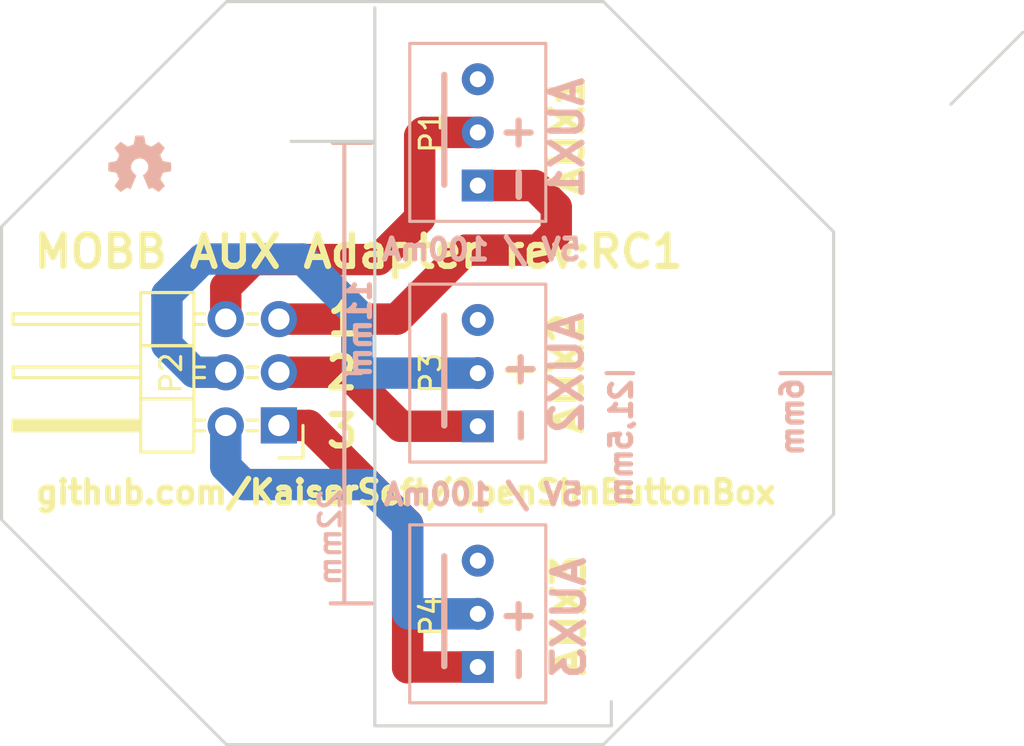
<source format=kicad_pcb>
(kicad_pcb (version 4) (host pcbnew 4.0.4-stable)

  (general
    (links 6)
    (no_connects 0)
    (area 229.924999 122.674999 274.132143 158.325001)
    (thickness 1.6)
    (drawings 48)
    (tracks 39)
    (zones 0)
    (modules 9)
    (nets 7)
  )

  (page A4)
  (layers
    (0 F.Cu signal)
    (31 B.Cu signal)
    (32 B.Adhes user hide)
    (33 F.Adhes user hide)
    (34 B.Paste user hide)
    (35 F.Paste user hide)
    (36 B.SilkS user)
    (37 F.SilkS user)
    (38 B.Mask user)
    (39 F.Mask user)
    (40 Dwgs.User user hide)
    (41 Cmts.User user hide)
    (42 Eco1.User user)
    (43 Eco2.User user hide)
    (44 Edge.Cuts user)
    (45 Margin user hide)
    (46 B.CrtYd user hide)
    (47 F.CrtYd user hide)
    (48 B.Fab user hide)
    (49 F.Fab user hide)
  )

  (setup
    (last_trace_width 1.5)
    (trace_clearance 0.6)
    (zone_clearance 0.508)
    (zone_45_only no)
    (trace_min 0.2)
    (segment_width 0.2)
    (edge_width 0.15)
    (via_size 1.2)
    (via_drill 0.9)
    (via_min_size 0.4)
    (via_min_drill 0.3)
    (uvia_size 0.4)
    (uvia_drill 0.3)
    (uvias_allowed no)
    (uvia_min_size 0.2)
    (uvia_min_drill 0.1)
    (pcb_text_width 0.3)
    (pcb_text_size 1.5 1.5)
    (mod_edge_width 0.15)
    (mod_text_size 1 1)
    (mod_text_width 0.15)
    (pad_size 1.524 1.524)
    (pad_drill 0.762)
    (pad_to_mask_clearance 0.2)
    (aux_axis_origin 0 0)
    (visible_elements 7FFFFFFF)
    (pcbplotparams
      (layerselection 0x010f0_80000001)
      (usegerberextensions false)
      (excludeedgelayer true)
      (linewidth 0.100000)
      (plotframeref false)
      (viasonmask false)
      (mode 1)
      (useauxorigin false)
      (hpglpennumber 1)
      (hpglpenspeed 20)
      (hpglpendiameter 15)
      (hpglpenoverlay 2)
      (psnegative false)
      (psa4output false)
      (plotreference true)
      (plotvalue true)
      (plotinvisibletext false)
      (padsonsilk false)
      (subtractmaskfromsilk false)
      (outputformat 1)
      (mirror false)
      (drillshape 0)
      (scaleselection 1)
      (outputdirectory gerber/RC1/))
  )

  (net 0 "")
  (net 1 "Net-(P1-Pad2)")
  (net 2 "Net-(P1-Pad1)")
  (net 3 "Net-(P2-Pad1)")
  (net 4 "Net-(P2-Pad2)")
  (net 5 "Net-(P2-Pad3)")
  (net 6 /+5V)

  (net_class Default "This is the default net class."
    (clearance 0.6)
    (trace_width 1.5)
    (via_dia 1.2)
    (via_drill 0.9)
    (uvia_dia 0.4)
    (uvia_drill 0.3)
    (add_net /+5V)
    (add_net "Net-(P1-Pad1)")
    (add_net "Net-(P1-Pad2)")
    (add_net "Net-(P2-Pad1)")
    (add_net "Net-(P2-Pad2)")
    (add_net "Net-(P2-Pad3)")
  )

  (module Mounting_Holes:MountingHole_3.2mm_M3 (layer F.Cu) (tedit 58359272) (tstamp 58358568)
    (at 264.175 140.5)
    (descr "Mounting Hole 3.2mm, no annular, M3")
    (tags "mounting hole 3.2mm no annular m3")
    (fp_text reference REF** (at 4.15 3.7) (layer F.SilkS) hide
      (effects (font (size 1 1) (thickness 0.15)))
    )
    (fp_text value MountingHole_3.2mm_M3 (at 0 4.2) (layer F.Fab) hide
      (effects (font (size 1 1) (thickness 0.15)))
    )
    (fp_circle (center 0 0) (end 3.2 0) (layer Cmts.User) (width 0.15))
    (fp_circle (center 0 0) (end 3.45 0) (layer F.CrtYd) (width 0.05))
    (pad 1 np_thru_hole circle (at 0 0) (size 3.2 3.2) (drill 3.2) (layers *.Cu *.Mask))
  )

  (module Mounting_Holes:MountingHole_3.2mm_M3 (layer F.Cu) (tedit 5835926E) (tstamp 58358562)
    (at 242.675 151.5)
    (descr "Mounting Hole 3.2mm, no annular, M3")
    (tags "mounting hole 3.2mm no annular m3")
    (fp_text reference REF** (at 3.2 4.5) (layer F.SilkS) hide
      (effects (font (size 1 1) (thickness 0.15)))
    )
    (fp_text value MountingHole_3.2mm_M3 (at 0 4.2) (layer F.Fab) hide
      (effects (font (size 1 1) (thickness 0.15)))
    )
    (fp_circle (center 0 0) (end 3.2 0) (layer Cmts.User) (width 0.15))
    (fp_circle (center 0 0) (end 3.45 0) (layer F.CrtYd) (width 0.05))
    (pad 1 np_thru_hole circle (at 0 0) (size 3.2 3.2) (drill 3.2) (layers *.Cu *.Mask))
  )

  (module MOBB-KiCad-Lib:Molex-KK-1x3P (layer B.Cu) (tedit 5835A4B9) (tstamp 583582E9)
    (at 253.25 129 270)
    (path /5835813A)
    (fp_text reference P1 (at 0 2.25 270) (layer F.SilkS)
      (effects (font (size 1 1) (thickness 0.15)))
    )
    (fp_text value AUX1 (at 0 -4 270) (layer B.Fab) hide
      (effects (font (size 1 1) (thickness 0.15)) (justify mirror))
    )
    (fp_text user S (at -2.54 -1.7 270) (layer B.Fab)
      (effects (font (size 1 1) (thickness 0.15)) (justify mirror))
    )
    (fp_text user + (at 0 -1.6 270) (layer B.Fab)
      (effects (font (size 1 1) (thickness 0.15)) (justify mirror))
    )
    (fp_text user G (at 2.54 -1.89 270) (layer B.Fab)
      (effects (font (size 1 1) (thickness 0.15)) (justify mirror))
    )
    (fp_line (start 2.5 1.6) (end -2.75 1.6) (layer B.SilkS) (width 0.3))
    (fp_line (start -4.25 0) (end -4.25 3.25) (layer B.SilkS) (width 0.15))
    (fp_line (start -4.25 3.25) (end 4.25 3.25) (layer B.SilkS) (width 0.15))
    (fp_line (start 4.25 3.25) (end 4.25 -3.25) (layer B.SilkS) (width 0.15))
    (fp_line (start 4.25 -3.25) (end -4.25 -3.25) (layer B.SilkS) (width 0.15))
    (fp_line (start -4.25 -3.25) (end -4.25 0) (layer B.SilkS) (width 0.15))
    (pad 2 thru_hole circle (at 0 0 270) (size 1.524 1.524) (drill 0.762) (layers *.Cu *.Mask)
      (net 1 "Net-(P1-Pad2)"))
    (pad 3 thru_hole circle (at -2.54 0 270) (size 1.524 1.524) (drill 0.762) (layers *.Cu *.Mask))
    (pad 1 thru_hole rect (at 2.54 0 270) (size 1.524 1.524) (drill 0.762) (layers *.Cu *.Mask)
      (net 2 "Net-(P1-Pad1)"))
  )

  (module Pin_Headers:Pin_Header_Angled_2x03 (layer F.Cu) (tedit 58359296) (tstamp 583582F3)
    (at 243.75 143 180)
    (descr "Through hole pin header")
    (tags "pin header")
    (path /583581DC)
    (fp_text reference P2 (at 5.15 2.5 270) (layer F.SilkS)
      (effects (font (size 1 1) (thickness 0.15)))
    )
    (fp_text value Aux1-3 (at 6.65 2.2 270) (layer F.Fab) hide
      (effects (font (size 1 1) (thickness 0.15)))
    )
    (fp_line (start -1.35 -1.75) (end -1.35 6.85) (layer F.CrtYd) (width 0.05))
    (fp_line (start 13.2 -1.75) (end 13.2 6.85) (layer F.CrtYd) (width 0.05))
    (fp_line (start -1.35 -1.75) (end 13.2 -1.75) (layer F.CrtYd) (width 0.05))
    (fp_line (start -1.35 6.85) (end 13.2 6.85) (layer F.CrtYd) (width 0.05))
    (fp_line (start 1.524 5.334) (end 1.016 5.334) (layer F.SilkS) (width 0.15))
    (fp_line (start 1.524 4.826) (end 1.016 4.826) (layer F.SilkS) (width 0.15))
    (fp_line (start 1.524 2.794) (end 1.016 2.794) (layer F.SilkS) (width 0.15))
    (fp_line (start 1.524 2.286) (end 1.016 2.286) (layer F.SilkS) (width 0.15))
    (fp_line (start 1.524 0.254) (end 1.016 0.254) (layer F.SilkS) (width 0.15))
    (fp_line (start 1.524 -0.254) (end 1.016 -0.254) (layer F.SilkS) (width 0.15))
    (fp_line (start 4.064 2.286) (end 3.556 2.286) (layer F.SilkS) (width 0.15))
    (fp_line (start 4.064 2.794) (end 3.556 2.794) (layer F.SilkS) (width 0.15))
    (fp_line (start 4.064 4.826) (end 3.556 4.826) (layer F.SilkS) (width 0.15))
    (fp_line (start 4.064 5.334) (end 3.556 5.334) (layer F.SilkS) (width 0.15))
    (fp_line (start 4.064 -0.254) (end 3.556 -0.254) (layer F.SilkS) (width 0.15))
    (fp_line (start 4.064 0.254) (end 3.556 0.254) (layer F.SilkS) (width 0.15))
    (fp_line (start 0 -1.55) (end -1.15 -1.55) (layer F.SilkS) (width 0.15))
    (fp_line (start -1.15 -1.55) (end -1.15 0) (layer F.SilkS) (width 0.15))
    (fp_line (start 6.604 -0.127) (end 12.573 -0.127) (layer F.SilkS) (width 0.15))
    (fp_line (start 12.573 -0.127) (end 12.573 0.127) (layer F.SilkS) (width 0.15))
    (fp_line (start 12.573 0.127) (end 6.731 0.127) (layer F.SilkS) (width 0.15))
    (fp_line (start 6.731 0.127) (end 6.731 0) (layer F.SilkS) (width 0.15))
    (fp_line (start 6.731 0) (end 12.573 0) (layer F.SilkS) (width 0.15))
    (fp_line (start 4.064 1.27) (end 4.064 3.81) (layer F.SilkS) (width 0.15))
    (fp_line (start 4.064 3.81) (end 6.604 3.81) (layer F.SilkS) (width 0.15))
    (fp_line (start 6.604 2.286) (end 12.7 2.286) (layer F.SilkS) (width 0.15))
    (fp_line (start 12.7 2.286) (end 12.7 2.794) (layer F.SilkS) (width 0.15))
    (fp_line (start 12.7 2.794) (end 6.604 2.794) (layer F.SilkS) (width 0.15))
    (fp_line (start 6.604 3.81) (end 6.604 1.27) (layer F.SilkS) (width 0.15))
    (fp_line (start 4.064 6.35) (end 6.604 6.35) (layer F.SilkS) (width 0.15))
    (fp_line (start 6.604 6.35) (end 6.604 3.81) (layer F.SilkS) (width 0.15))
    (fp_line (start 12.7 5.334) (end 6.604 5.334) (layer F.SilkS) (width 0.15))
    (fp_line (start 12.7 4.826) (end 12.7 5.334) (layer F.SilkS) (width 0.15))
    (fp_line (start 6.604 4.826) (end 12.7 4.826) (layer F.SilkS) (width 0.15))
    (fp_line (start 4.064 6.35) (end 6.604 6.35) (layer F.SilkS) (width 0.15))
    (fp_line (start 4.064 3.81) (end 4.064 6.35) (layer F.SilkS) (width 0.15))
    (fp_line (start 4.064 3.81) (end 6.604 3.81) (layer F.SilkS) (width 0.15))
    (fp_line (start 4.064 1.27) (end 6.604 1.27) (layer F.SilkS) (width 0.15))
    (fp_line (start 6.604 1.27) (end 6.604 -1.27) (layer F.SilkS) (width 0.15))
    (fp_line (start 12.7 0.254) (end 6.604 0.254) (layer F.SilkS) (width 0.15))
    (fp_line (start 12.7 -0.254) (end 12.7 0.254) (layer F.SilkS) (width 0.15))
    (fp_line (start 6.604 -0.254) (end 12.7 -0.254) (layer F.SilkS) (width 0.15))
    (fp_line (start 4.064 1.27) (end 6.604 1.27) (layer F.SilkS) (width 0.15))
    (fp_line (start 4.064 -1.27) (end 4.064 1.27) (layer F.SilkS) (width 0.15))
    (fp_line (start 4.064 -1.27) (end 6.604 -1.27) (layer F.SilkS) (width 0.15))
    (pad 1 thru_hole rect (at 0 0 180) (size 1.7272 1.7272) (drill 1.016) (layers *.Cu *.Mask)
      (net 3 "Net-(P2-Pad1)"))
    (pad 2 thru_hole oval (at 2.54 0 180) (size 1.7272 1.7272) (drill 1.016) (layers *.Cu *.Mask)
      (net 4 "Net-(P2-Pad2)"))
    (pad 3 thru_hole oval (at 0 2.54 180) (size 1.7272 1.7272) (drill 1.016) (layers *.Cu *.Mask)
      (net 5 "Net-(P2-Pad3)"))
    (pad 4 thru_hole oval (at 2.54 2.54 180) (size 1.7272 1.7272) (drill 1.016) (layers *.Cu *.Mask)
      (net 6 /+5V))
    (pad 5 thru_hole oval (at 0 5.08 180) (size 1.7272 1.7272) (drill 1.016) (layers *.Cu *.Mask)
      (net 2 "Net-(P1-Pad1)"))
    (pad 6 thru_hole oval (at 2.54 5.08 180) (size 1.7272 1.7272) (drill 1.016) (layers *.Cu *.Mask)
      (net 1 "Net-(P1-Pad2)"))
    (model Pin_Headers.3dshapes/Pin_Header_Angled_2x03.wrl
      (at (xyz 0.05 -0.1 0))
      (scale (xyz 1 1 1))
      (rotate (xyz 0 0 90))
    )
  )

  (module MOBB-KiCad-Lib:Molex-KK-1x3P (layer B.Cu) (tedit 5835A4BF) (tstamp 583582FA)
    (at 253.25 140.5 270)
    (path /583580FD)
    (fp_text reference P3 (at 0 2.25 270) (layer F.SilkS)
      (effects (font (size 1 1) (thickness 0.15)))
    )
    (fp_text value AUX2 (at 0 -4 270) (layer B.Fab) hide
      (effects (font (size 1 1) (thickness 0.15)) (justify mirror))
    )
    (fp_text user S (at -2.54 -1.7 270) (layer B.Fab)
      (effects (font (size 1 1) (thickness 0.15)) (justify mirror))
    )
    (fp_text user + (at 0 -1.6 270) (layer B.Fab)
      (effects (font (size 1 1) (thickness 0.15)) (justify mirror))
    )
    (fp_text user G (at 2.54 -1.89 270) (layer B.Fab)
      (effects (font (size 1 1) (thickness 0.15)) (justify mirror))
    )
    (fp_line (start 2.5 1.6) (end -2.75 1.6) (layer B.SilkS) (width 0.3))
    (fp_line (start -4.25 0) (end -4.25 3.25) (layer B.SilkS) (width 0.15))
    (fp_line (start -4.25 3.25) (end 4.25 3.25) (layer B.SilkS) (width 0.15))
    (fp_line (start 4.25 3.25) (end 4.25 -3.25) (layer B.SilkS) (width 0.15))
    (fp_line (start 4.25 -3.25) (end -4.25 -3.25) (layer B.SilkS) (width 0.15))
    (fp_line (start -4.25 -3.25) (end -4.25 0) (layer B.SilkS) (width 0.15))
    (pad 2 thru_hole circle (at 0 0 270) (size 1.524 1.524) (drill 0.762) (layers *.Cu *.Mask)
      (net 6 /+5V))
    (pad 3 thru_hole circle (at -2.54 0 270) (size 1.524 1.524) (drill 0.762) (layers *.Cu *.Mask))
    (pad 1 thru_hole rect (at 2.54 0 270) (size 1.524 1.524) (drill 0.762) (layers *.Cu *.Mask)
      (net 5 "Net-(P2-Pad3)"))
  )

  (module MOBB-KiCad-Lib:Molex-KK-1x3P (layer B.Cu) (tedit 5835A4C7) (tstamp 58358301)
    (at 253.25 152 270)
    (path /5835809A)
    (fp_text reference P4 (at 0.1 2.25 270) (layer F.SilkS)
      (effects (font (size 1 1) (thickness 0.15)))
    )
    (fp_text value AUX3 (at 0 -4 270) (layer B.Fab) hide
      (effects (font (size 1 1) (thickness 0.15)) (justify mirror))
    )
    (fp_text user S (at -2.54 -1.7 270) (layer B.Fab)
      (effects (font (size 1 1) (thickness 0.15)) (justify mirror))
    )
    (fp_text user + (at 0 -1.6 270) (layer B.Fab)
      (effects (font (size 1 1) (thickness 0.15)) (justify mirror))
    )
    (fp_text user G (at 2.54 -1.89 270) (layer B.Fab)
      (effects (font (size 1 1) (thickness 0.15)) (justify mirror))
    )
    (fp_line (start 2.5 1.6) (end -2.75 1.6) (layer B.SilkS) (width 0.3))
    (fp_line (start -4.25 0) (end -4.25 3.25) (layer B.SilkS) (width 0.15))
    (fp_line (start -4.25 3.25) (end 4.25 3.25) (layer B.SilkS) (width 0.15))
    (fp_line (start 4.25 3.25) (end 4.25 -3.25) (layer B.SilkS) (width 0.15))
    (fp_line (start 4.25 -3.25) (end -4.25 -3.25) (layer B.SilkS) (width 0.15))
    (fp_line (start -4.25 -3.25) (end -4.25 0) (layer B.SilkS) (width 0.15))
    (pad 2 thru_hole circle (at 0 0 270) (size 1.524 1.524) (drill 0.762) (layers *.Cu *.Mask)
      (net 4 "Net-(P2-Pad2)"))
    (pad 3 thru_hole circle (at -2.54 0 270) (size 1.524 1.524) (drill 0.762) (layers *.Cu *.Mask))
    (pad 1 thru_hole rect (at 2.54 0 270) (size 1.524 1.524) (drill 0.762) (layers *.Cu *.Mask)
      (net 3 "Net-(P2-Pad1)"))
  )

  (module Mounting_Holes:MountingHole_3.2mm_M3 (layer F.Cu) (tedit 58359276) (tstamp 58358453)
    (at 242.675 129.5)
    (descr "Mounting Hole 3.2mm, no annular, M3")
    (tags "mounting hole 3.2mm no annular m3")
    (fp_text reference REF** (at 0 -4.2) (layer F.SilkS) hide
      (effects (font (size 1 1) (thickness 0.15)))
    )
    (fp_text value MountingHole_3.2mm_M3 (at 0 4.2) (layer F.Fab) hide
      (effects (font (size 1 1) (thickness 0.15)))
    )
    (fp_circle (center 0 0) (end 3.2 0) (layer Cmts.User) (width 0.15))
    (fp_circle (center 0 0) (end 3.45 0) (layer F.CrtYd) (width 0.05))
    (pad 1 np_thru_hole circle (at 0 0) (size 3.2 3.2) (drill 3.2) (layers *.Cu *.Mask))
  )

  (module MOBB-KiCad-Lib:OPEN_HW_LOGO_3MM (layer F.Cu) (tedit 0) (tstamp 5835918E)
    (at 237.1 130.5)
    (fp_text reference G*** (at 0 1.59004) (layer F.SilkS) hide
      (effects (font (size 0.13462 0.13462) (thickness 0.0254)))
    )
    (fp_text value LOGO (at 0 -1.59004) (layer F.SilkS) hide
      (effects (font (size 0.13462 0.13462) (thickness 0.0254)))
    )
    (fp_poly (pts (xy -0.90932 1.3462) (xy -0.89154 1.33858) (xy -0.85852 1.31572) (xy -0.80772 1.2827)
      (xy -0.7493 1.2446) (xy -0.68834 1.20396) (xy -0.64008 1.17094) (xy -0.60452 1.14808)
      (xy -0.59182 1.14046) (xy -0.5842 1.143) (xy -0.55626 1.15824) (xy -0.51562 1.17856)
      (xy -0.49022 1.19126) (xy -0.45212 1.2065) (xy -0.43434 1.21158) (xy -0.4318 1.2065)
      (xy -0.41656 1.17602) (xy -0.39624 1.12776) (xy -0.3683 1.06172) (xy -0.33528 0.98552)
      (xy -0.29972 0.90424) (xy -0.2667 0.82042) (xy -0.23368 0.74168) (xy -0.2032 0.66802)
      (xy -0.18034 0.6096) (xy -0.1651 0.56896) (xy -0.15748 0.55118) (xy -0.16002 0.54864)
      (xy -0.1778 0.53086) (xy -0.21082 0.50546) (xy -0.28194 0.44704) (xy -0.35306 0.36068)
      (xy -0.39624 0.26162) (xy -0.40894 0.14986) (xy -0.39878 0.04826) (xy -0.35814 -0.04826)
      (xy -0.28956 -0.13716) (xy -0.20574 -0.2032) (xy -0.10922 -0.24384) (xy 0 -0.25654)
      (xy 0.10414 -0.24638) (xy 0.2032 -0.20574) (xy 0.2921 -0.1397) (xy 0.3302 -0.09652)
      (xy 0.381 -0.00508) (xy 0.41148 0.0889) (xy 0.41402 0.11176) (xy 0.40894 0.21844)
      (xy 0.37846 0.32004) (xy 0.32258 0.40894) (xy 0.24638 0.4826) (xy 0.23622 0.49022)
      (xy 0.20066 0.51816) (xy 0.17526 0.53594) (xy 0.15748 0.55118) (xy 0.2921 0.87376)
      (xy 0.31242 0.92456) (xy 0.35052 1.01346) (xy 0.381 1.08966) (xy 0.40894 1.15062)
      (xy 0.42672 1.19126) (xy 0.43434 1.2065) (xy 0.43434 1.2065) (xy 0.44704 1.20904)
      (xy 0.4699 1.20142) (xy 0.51562 1.17856) (xy 0.5461 1.16332) (xy 0.57912 1.14808)
      (xy 0.59436 1.14046) (xy 0.6096 1.14808) (xy 0.64262 1.1684) (xy 0.68834 1.20142)
      (xy 0.74676 1.23952) (xy 0.80264 1.27762) (xy 0.85344 1.31064) (xy 0.889 1.33604)
      (xy 0.90678 1.34366) (xy 0.90932 1.34366) (xy 0.9271 1.33604) (xy 0.95504 1.31064)
      (xy 0.99822 1.27) (xy 1.06172 1.20904) (xy 1.07188 1.19888) (xy 1.12268 1.14808)
      (xy 1.16332 1.10236) (xy 1.19126 1.07188) (xy 1.20142 1.05918) (xy 1.20142 1.05918)
      (xy 1.19126 1.0414) (xy 1.1684 1.0033) (xy 1.13538 0.9525) (xy 1.09474 0.89154)
      (xy 0.98806 0.7366) (xy 1.04648 0.59182) (xy 1.06426 0.5461) (xy 1.08712 0.49022)
      (xy 1.1049 0.45212) (xy 1.11252 0.43434) (xy 1.1303 0.42926) (xy 1.1684 0.4191)
      (xy 1.22682 0.40894) (xy 1.29794 0.39624) (xy 1.36398 0.38354) (xy 1.4224 0.37084)
      (xy 1.46558 0.36322) (xy 1.4859 0.36068) (xy 1.49098 0.3556) (xy 1.49352 0.34798)
      (xy 1.49606 0.32766) (xy 1.4986 0.28956) (xy 1.4986 0.23368) (xy 1.4986 0.14986)
      (xy 1.4986 0.14224) (xy 1.4986 0.0635) (xy 1.49606 0) (xy 1.49352 -0.0381)
      (xy 1.49098 -0.05588) (xy 1.49098 -0.05588) (xy 1.4732 -0.06096) (xy 1.43002 -0.06858)
      (xy 1.3716 -0.08128) (xy 1.30048 -0.09398) (xy 1.2954 -0.09398) (xy 1.22428 -0.10922)
      (xy 1.16586 -0.12192) (xy 1.12268 -0.12954) (xy 1.1049 -0.13716) (xy 1.10236 -0.14224)
      (xy 1.08712 -0.17018) (xy 1.0668 -0.21336) (xy 1.04394 -0.2667) (xy 1.02108 -0.32258)
      (xy 1.00076 -0.37338) (xy 0.98806 -0.40894) (xy 0.98298 -0.42672) (xy 0.98298 -0.42672)
      (xy 0.99314 -0.4445) (xy 1.01854 -0.48006) (xy 1.0541 -0.53086) (xy 1.09474 -0.59182)
      (xy 1.09728 -0.5969) (xy 1.13792 -0.65786) (xy 1.17094 -0.70866) (xy 1.1938 -0.74422)
      (xy 1.20142 -0.75946) (xy 1.20142 -0.762) (xy 1.18872 -0.77978) (xy 1.15824 -0.8128)
      (xy 1.11252 -0.85852) (xy 1.06172 -0.91186) (xy 1.04394 -0.9271) (xy 0.98552 -0.98552)
      (xy 0.94488 -1.02108) (xy 0.91948 -1.0414) (xy 0.90932 -1.04648) (xy 0.90678 -1.04648)
      (xy 0.889 -1.03632) (xy 0.8509 -1.01092) (xy 0.8001 -0.97536) (xy 0.73914 -0.93472)
      (xy 0.7366 -0.93218) (xy 0.67564 -0.89154) (xy 0.62484 -0.85598) (xy 0.58928 -0.83312)
      (xy 0.57404 -0.8255) (xy 0.5715 -0.8255) (xy 0.54864 -0.83058) (xy 0.50546 -0.84582)
      (xy 0.45212 -0.86614) (xy 0.39624 -0.889) (xy 0.34544 -0.90932) (xy 0.30988 -0.9271)
      (xy 0.2921 -0.93726) (xy 0.28956 -0.93726) (xy 0.28448 -0.96012) (xy 0.27432 -1.00584)
      (xy 0.26162 -1.0668) (xy 0.24638 -1.14046) (xy 0.24384 -1.15062) (xy 0.23114 -1.22428)
      (xy 0.22098 -1.2827) (xy 0.21082 -1.32334) (xy 0.20828 -1.34112) (xy 0.19812 -1.34112)
      (xy 0.16256 -1.34366) (xy 0.10922 -1.3462) (xy 0.04318 -1.3462) (xy -0.02286 -1.3462)
      (xy -0.0889 -1.3462) (xy -0.14478 -1.34366) (xy -0.18542 -1.34112) (xy -0.2032 -1.33604)
      (xy -0.2032 -1.33604) (xy -0.20828 -1.31318) (xy -0.21844 -1.27) (xy -0.23114 -1.2065)
      (xy -0.24638 -1.13284) (xy -0.24892 -1.12014) (xy -0.26162 -1.04902) (xy -0.27432 -0.9906)
      (xy -0.28194 -0.94996) (xy -0.28702 -0.93472) (xy -0.2921 -0.93218) (xy -0.32258 -0.91694)
      (xy -0.37084 -0.89916) (xy -0.42926 -0.87376) (xy -0.56642 -0.81788) (xy -0.73406 -0.93472)
      (xy -0.7493 -0.94488) (xy -0.81026 -0.98552) (xy -0.86106 -1.01854) (xy -0.89662 -1.0414)
      (xy -0.90932 -1.04902) (xy -0.91186 -1.04902) (xy -0.9271 -1.03378) (xy -0.96012 -1.0033)
      (xy -1.00584 -0.95758) (xy -1.05918 -0.90678) (xy -1.09982 -0.86614) (xy -1.14554 -0.82042)
      (xy -1.17348 -0.7874) (xy -1.19126 -0.76708) (xy -1.19634 -0.75438) (xy -1.1938 -0.74676)
      (xy -1.18364 -0.72898) (xy -1.15824 -0.69342) (xy -1.12522 -0.64008) (xy -1.08458 -0.58166)
      (xy -1.04902 -0.53086) (xy -1.01346 -0.47498) (xy -0.9906 -0.43434) (xy -0.98044 -0.41656)
      (xy -0.98298 -0.4064) (xy -0.99568 -0.37338) (xy -1.016 -0.32512) (xy -1.0414 -0.26416)
      (xy -1.09982 -0.13208) (xy -1.18618 -0.1143) (xy -1.23952 -0.10414) (xy -1.31318 -0.09144)
      (xy -1.3843 -0.0762) (xy -1.49606 -0.05588) (xy -1.4986 0.34798) (xy -1.48082 0.3556)
      (xy -1.46558 0.36068) (xy -1.42494 0.37084) (xy -1.36652 0.381) (xy -1.29794 0.3937)
      (xy -1.23698 0.4064) (xy -1.17856 0.41656) (xy -1.13538 0.42418) (xy -1.1176 0.42926)
      (xy -1.11252 0.43434) (xy -1.09728 0.46482) (xy -1.07696 0.51054) (xy -1.0541 0.56388)
      (xy -1.0287 0.6223) (xy -1.00838 0.6731) (xy -0.99314 0.71374) (xy -0.98806 0.73406)
      (xy -0.99568 0.7493) (xy -1.01854 0.78486) (xy -1.05156 0.83566) (xy -1.0922 0.89408)
      (xy -1.13284 0.9525) (xy -1.16586 1.0033) (xy -1.19126 1.03886) (xy -1.19888 1.05664)
      (xy -1.1938 1.0668) (xy -1.17094 1.09474) (xy -1.12776 1.14046) (xy -1.06172 1.2065)
      (xy -1.04902 1.21666) (xy -0.99822 1.26746) (xy -0.9525 1.3081) (xy -0.92202 1.33604)
      (xy -0.90932 1.3462)) (layer F.SilkS) (width 0.00254))
  )

  (module MOBB-KiCad-Lib:OPEN_HW_LOGO_3MM (layer B.Cu) (tedit 0) (tstamp 58359227)
    (at 237.1 130.5 180)
    (fp_text reference G*** (at 0 -1.59004 180) (layer B.SilkS) hide
      (effects (font (size 0.13462 0.13462) (thickness 0.0254)) (justify mirror))
    )
    (fp_text value LOGO (at 0 1.59004 180) (layer B.SilkS) hide
      (effects (font (size 0.13462 0.13462) (thickness 0.0254)) (justify mirror))
    )
    (fp_poly (pts (xy -0.90932 -1.3462) (xy -0.89154 -1.33858) (xy -0.85852 -1.31572) (xy -0.80772 -1.2827)
      (xy -0.7493 -1.2446) (xy -0.68834 -1.20396) (xy -0.64008 -1.17094) (xy -0.60452 -1.14808)
      (xy -0.59182 -1.14046) (xy -0.5842 -1.143) (xy -0.55626 -1.15824) (xy -0.51562 -1.17856)
      (xy -0.49022 -1.19126) (xy -0.45212 -1.2065) (xy -0.43434 -1.21158) (xy -0.4318 -1.2065)
      (xy -0.41656 -1.17602) (xy -0.39624 -1.12776) (xy -0.3683 -1.06172) (xy -0.33528 -0.98552)
      (xy -0.29972 -0.90424) (xy -0.2667 -0.82042) (xy -0.23368 -0.74168) (xy -0.2032 -0.66802)
      (xy -0.18034 -0.6096) (xy -0.1651 -0.56896) (xy -0.15748 -0.55118) (xy -0.16002 -0.54864)
      (xy -0.1778 -0.53086) (xy -0.21082 -0.50546) (xy -0.28194 -0.44704) (xy -0.35306 -0.36068)
      (xy -0.39624 -0.26162) (xy -0.40894 -0.14986) (xy -0.39878 -0.04826) (xy -0.35814 0.04826)
      (xy -0.28956 0.13716) (xy -0.20574 0.2032) (xy -0.10922 0.24384) (xy 0 0.25654)
      (xy 0.10414 0.24638) (xy 0.2032 0.20574) (xy 0.2921 0.1397) (xy 0.3302 0.09652)
      (xy 0.381 0.00508) (xy 0.41148 -0.0889) (xy 0.41402 -0.11176) (xy 0.40894 -0.21844)
      (xy 0.37846 -0.32004) (xy 0.32258 -0.40894) (xy 0.24638 -0.4826) (xy 0.23622 -0.49022)
      (xy 0.20066 -0.51816) (xy 0.17526 -0.53594) (xy 0.15748 -0.55118) (xy 0.2921 -0.87376)
      (xy 0.31242 -0.92456) (xy 0.35052 -1.01346) (xy 0.381 -1.08966) (xy 0.40894 -1.15062)
      (xy 0.42672 -1.19126) (xy 0.43434 -1.2065) (xy 0.43434 -1.2065) (xy 0.44704 -1.20904)
      (xy 0.4699 -1.20142) (xy 0.51562 -1.17856) (xy 0.5461 -1.16332) (xy 0.57912 -1.14808)
      (xy 0.59436 -1.14046) (xy 0.6096 -1.14808) (xy 0.64262 -1.1684) (xy 0.68834 -1.20142)
      (xy 0.74676 -1.23952) (xy 0.80264 -1.27762) (xy 0.85344 -1.31064) (xy 0.889 -1.33604)
      (xy 0.90678 -1.34366) (xy 0.90932 -1.34366) (xy 0.9271 -1.33604) (xy 0.95504 -1.31064)
      (xy 0.99822 -1.27) (xy 1.06172 -1.20904) (xy 1.07188 -1.19888) (xy 1.12268 -1.14808)
      (xy 1.16332 -1.10236) (xy 1.19126 -1.07188) (xy 1.20142 -1.05918) (xy 1.20142 -1.05918)
      (xy 1.19126 -1.0414) (xy 1.1684 -1.0033) (xy 1.13538 -0.9525) (xy 1.09474 -0.89154)
      (xy 0.98806 -0.7366) (xy 1.04648 -0.59182) (xy 1.06426 -0.5461) (xy 1.08712 -0.49022)
      (xy 1.1049 -0.45212) (xy 1.11252 -0.43434) (xy 1.1303 -0.42926) (xy 1.1684 -0.4191)
      (xy 1.22682 -0.40894) (xy 1.29794 -0.39624) (xy 1.36398 -0.38354) (xy 1.4224 -0.37084)
      (xy 1.46558 -0.36322) (xy 1.4859 -0.36068) (xy 1.49098 -0.3556) (xy 1.49352 -0.34798)
      (xy 1.49606 -0.32766) (xy 1.4986 -0.28956) (xy 1.4986 -0.23368) (xy 1.4986 -0.14986)
      (xy 1.4986 -0.14224) (xy 1.4986 -0.0635) (xy 1.49606 0) (xy 1.49352 0.0381)
      (xy 1.49098 0.05588) (xy 1.49098 0.05588) (xy 1.4732 0.06096) (xy 1.43002 0.06858)
      (xy 1.3716 0.08128) (xy 1.30048 0.09398) (xy 1.2954 0.09398) (xy 1.22428 0.10922)
      (xy 1.16586 0.12192) (xy 1.12268 0.12954) (xy 1.1049 0.13716) (xy 1.10236 0.14224)
      (xy 1.08712 0.17018) (xy 1.0668 0.21336) (xy 1.04394 0.2667) (xy 1.02108 0.32258)
      (xy 1.00076 0.37338) (xy 0.98806 0.40894) (xy 0.98298 0.42672) (xy 0.98298 0.42672)
      (xy 0.99314 0.4445) (xy 1.01854 0.48006) (xy 1.0541 0.53086) (xy 1.09474 0.59182)
      (xy 1.09728 0.5969) (xy 1.13792 0.65786) (xy 1.17094 0.70866) (xy 1.1938 0.74422)
      (xy 1.20142 0.75946) (xy 1.20142 0.762) (xy 1.18872 0.77978) (xy 1.15824 0.8128)
      (xy 1.11252 0.85852) (xy 1.06172 0.91186) (xy 1.04394 0.9271) (xy 0.98552 0.98552)
      (xy 0.94488 1.02108) (xy 0.91948 1.0414) (xy 0.90932 1.04648) (xy 0.90678 1.04648)
      (xy 0.889 1.03632) (xy 0.8509 1.01092) (xy 0.8001 0.97536) (xy 0.73914 0.93472)
      (xy 0.7366 0.93218) (xy 0.67564 0.89154) (xy 0.62484 0.85598) (xy 0.58928 0.83312)
      (xy 0.57404 0.8255) (xy 0.5715 0.8255) (xy 0.54864 0.83058) (xy 0.50546 0.84582)
      (xy 0.45212 0.86614) (xy 0.39624 0.889) (xy 0.34544 0.90932) (xy 0.30988 0.9271)
      (xy 0.2921 0.93726) (xy 0.28956 0.93726) (xy 0.28448 0.96012) (xy 0.27432 1.00584)
      (xy 0.26162 1.0668) (xy 0.24638 1.14046) (xy 0.24384 1.15062) (xy 0.23114 1.22428)
      (xy 0.22098 1.2827) (xy 0.21082 1.32334) (xy 0.20828 1.34112) (xy 0.19812 1.34112)
      (xy 0.16256 1.34366) (xy 0.10922 1.3462) (xy 0.04318 1.3462) (xy -0.02286 1.3462)
      (xy -0.0889 1.3462) (xy -0.14478 1.34366) (xy -0.18542 1.34112) (xy -0.2032 1.33604)
      (xy -0.2032 1.33604) (xy -0.20828 1.31318) (xy -0.21844 1.27) (xy -0.23114 1.2065)
      (xy -0.24638 1.13284) (xy -0.24892 1.12014) (xy -0.26162 1.04902) (xy -0.27432 0.9906)
      (xy -0.28194 0.94996) (xy -0.28702 0.93472) (xy -0.2921 0.93218) (xy -0.32258 0.91694)
      (xy -0.37084 0.89916) (xy -0.42926 0.87376) (xy -0.56642 0.81788) (xy -0.73406 0.93472)
      (xy -0.7493 0.94488) (xy -0.81026 0.98552) (xy -0.86106 1.01854) (xy -0.89662 1.0414)
      (xy -0.90932 1.04902) (xy -0.91186 1.04902) (xy -0.9271 1.03378) (xy -0.96012 1.0033)
      (xy -1.00584 0.95758) (xy -1.05918 0.90678) (xy -1.09982 0.86614) (xy -1.14554 0.82042)
      (xy -1.17348 0.7874) (xy -1.19126 0.76708) (xy -1.19634 0.75438) (xy -1.1938 0.74676)
      (xy -1.18364 0.72898) (xy -1.15824 0.69342) (xy -1.12522 0.64008) (xy -1.08458 0.58166)
      (xy -1.04902 0.53086) (xy -1.01346 0.47498) (xy -0.9906 0.43434) (xy -0.98044 0.41656)
      (xy -0.98298 0.4064) (xy -0.99568 0.37338) (xy -1.016 0.32512) (xy -1.0414 0.26416)
      (xy -1.09982 0.13208) (xy -1.18618 0.1143) (xy -1.23952 0.10414) (xy -1.31318 0.09144)
      (xy -1.3843 0.0762) (xy -1.49606 0.05588) (xy -1.4986 -0.34798) (xy -1.48082 -0.3556)
      (xy -1.46558 -0.36068) (xy -1.42494 -0.37084) (xy -1.36652 -0.381) (xy -1.29794 -0.3937)
      (xy -1.23698 -0.4064) (xy -1.17856 -0.41656) (xy -1.13538 -0.42418) (xy -1.1176 -0.42926)
      (xy -1.11252 -0.43434) (xy -1.09728 -0.46482) (xy -1.07696 -0.51054) (xy -1.0541 -0.56388)
      (xy -1.0287 -0.6223) (xy -1.00838 -0.6731) (xy -0.99314 -0.71374) (xy -0.98806 -0.73406)
      (xy -0.99568 -0.7493) (xy -1.01854 -0.78486) (xy -1.05156 -0.83566) (xy -1.0922 -0.89408)
      (xy -1.13284 -0.9525) (xy -1.16586 -1.0033) (xy -1.19126 -1.03886) (xy -1.19888 -1.05664)
      (xy -1.1938 -1.0668) (xy -1.17094 -1.09474) (xy -1.12776 -1.14046) (xy -1.06172 -1.2065)
      (xy -1.04902 -1.21666) (xy -0.99822 -1.26746) (xy -0.9525 -1.3081) (xy -0.92202 -1.33604)
      (xy -0.90932 -1.3462)) (layer B.SilkS) (width 0.00254))
  )

  (gr_line (start 259.63 157.35) (end 259.63 156.19) (angle 90) (layer Edge.Cuts) (width 0.15))
  (gr_line (start 248.33 157.35) (end 259.63 157.35) (angle 90) (layer Edge.Cuts) (width 0.15))
  (gr_line (start 248.33 123.04) (end 248.33 157.34) (angle 90) (layer Edge.Cuts) (width 0.15))
  (gr_line (start 242.62 129.43) (end 248.22 129.43) (angle 90) (layer Edge.Cuts) (width 0.15))
  (gr_line (start 279.29 124.22) (end 275.85 127.66) (angle 90) (layer Edge.Cuts) (width 0.15))
  (gr_text 6mm (at 268.275 140.625 90) (layer B.SilkS)
    (effects (font (size 1 1) (thickness 0.25)) (justify left mirror))
  )
  (gr_line (start 270.175 140.5) (end 267.7 140.5) (angle 90) (layer B.SilkS) (width 0.2))
  (gr_line (start 260.675 140.5) (end 259.4 140.5) (angle 90) (layer B.SilkS) (width 0.2))
  (gr_text 21,5mm (at 260.1 140.675 90) (layer B.SilkS)
    (effects (font (size 1 1) (thickness 0.25)) (justify left mirror))
  )
  (gr_text 11mm (at 247.625 135.925 90) (layer B.SilkS)
    (effects (font (size 1 1) (thickness 0.25)) (justify left mirror))
  )
  (gr_line (start 246.875 140.5) (end 247.675 140.5) (angle 90) (layer B.SilkS) (width 0.2))
  (gr_text 22mm (at 246.2 145.925 90) (layer B.SilkS)
    (effects (font (size 1 1) (thickness 0.2)) (justify left mirror))
  )
  (gr_line (start 248.175 151.5) (end 246.225 151.5) (angle 90) (layer B.SilkS) (width 0.2))
  (gr_line (start 246.875 129.5) (end 246.875 151.5) (angle 90) (layer B.SilkS) (width 0.2))
  (gr_line (start 246.325 129.5) (end 248.175 129.5) (angle 90) (layer B.SilkS) (width 0.2))
  (gr_text "5V / 100mA" (at 258.4 146.3) (layer B.SilkS)
    (effects (font (size 1 1) (thickness 0.25)) (justify left mirror))
  )
  (gr_text "5V / 100mA" (at 258.3 134.6) (layer B.SilkS)
    (effects (font (size 1 1) (thickness 0.25)) (justify left mirror))
  )
  (gr_text github.com/KaiserSoft/OpenSimButtonBox (at 232 146.2) (layer F.SilkS)
    (effects (font (size 1.1 1.1) (thickness 0.275)) (justify left))
  )
  (gr_text "MOBB AUX Adapter rev:RC1" (at 231.9 134.7) (layer F.SilkS)
    (effects (font (size 1.5 1.5) (thickness 0.3)) (justify left))
  )
  (gr_text AUX3 (at 257.6 152.075 90) (layer F.SilkS)
    (effects (font (size 1.5 1.5) (thickness 0.3)))
  )
  (gr_text + (at 255.2 128.9) (layer B.SilkS)
    (effects (font (size 1.5 1.5) (thickness 0.3)))
  )
  (gr_text + (at 255.2 128.9) (layer F.SilkS)
    (effects (font (size 1.5 1.5) (thickness 0.3)))
  )
  (gr_text - (at 255.1 131.5 90) (layer B.SilkS)
    (effects (font (size 1.5 1.5) (thickness 0.3)))
  )
  (gr_text - (at 255.1 131.5 90) (layer F.SilkS)
    (effects (font (size 1.5 1.5) (thickness 0.3)))
  )
  (gr_text - (at 255.1 154.4 90) (layer B.SilkS)
    (effects (font (size 1.5 1.5) (thickness 0.3)))
  )
  (gr_text - (at 255.1 154.4 90) (layer F.SilkS)
    (effects (font (size 1.5 1.5) (thickness 0.3)))
  )
  (gr_text + (at 255.2 152) (layer B.SilkS)
    (effects (font (size 1.5 1.5) (thickness 0.3)))
  )
  (gr_text + (at 255.2 152) (layer F.SilkS)
    (effects (font (size 1.5 1.5) (thickness 0.3)))
  )
  (gr_text - (at 255.2 143 90) (layer B.SilkS)
    (effects (font (size 1.5 1.5) (thickness 0.3)))
  )
  (gr_text + (at 255.3 140.2) (layer B.SilkS)
    (effects (font (size 1.5 1.5) (thickness 0.3)))
  )
  (gr_text - (at 255.2 143 90) (layer F.SilkS)
    (effects (font (size 1.5 1.5) (thickness 0.3)))
  )
  (gr_text + (at 255.25 140.25) (layer F.SilkS)
    (effects (font (size 1.5 1.5) (thickness 0.3)))
  )
  (gr_line (start 259.25 122.75) (end 241.25 122.75) (angle 90) (layer Edge.Cuts) (width 0.15))
  (gr_line (start 230.5 147.5) (end 230.5 133.5) (angle 90) (layer Edge.Cuts) (width 0.15))
  (gr_line (start 259.25 158.25) (end 241.25 158.25) (angle 90) (layer Edge.Cuts) (width 0.15))
  (gr_line (start 270.25 133.75) (end 270.25 147.25) (angle 90) (layer Edge.Cuts) (width 0.15))
  (gr_line (start 259.25 122.75) (end 270.25 133.75) (angle 90) (layer Edge.Cuts) (width 0.15))
  (gr_line (start 241.25 122.75) (end 230.5 133.5) (angle 90) (layer Edge.Cuts) (width 0.15))
  (gr_line (start 241.25 158.25) (end 230.5 147.5) (angle 90) (layer Edge.Cuts) (width 0.15))
  (gr_line (start 259.25 158.25) (end 270.25 147.25) (angle 90) (layer Edge.Cuts) (width 0.15))
  (gr_text AUX1 (at 257.525 129.275 90) (layer B.SilkS)
    (effects (font (size 1.5 1.5) (thickness 0.3)) (justify mirror))
  )
  (gr_text AUX1 (at 257.525 129.125 90) (layer F.SilkS)
    (effects (font (size 1.5 1.5) (thickness 0.3)))
  )
  (gr_text AUX2 (at 257.5 140.5 90) (layer B.SilkS)
    (effects (font (size 1.5 1.5) (thickness 0.3)) (justify mirror))
  )
  (gr_text AUX2 (at 257.5 140.5 90) (layer F.SilkS)
    (effects (font (size 1.5 1.5) (thickness 0.3)))
  )
  (gr_text AUX3 (at 257.6 152.2 90) (layer B.SilkS)
    (effects (font (size 1.5 1.5) (thickness 0.3)) (justify mirror))
  )
  (gr_text 3 (at 246.775 143.275) (layer F.SilkS)
    (effects (font (size 1.5 1.5) (thickness 0.3)))
  )
  (gr_text 2 (at 246.75 140.5) (layer F.SilkS)
    (effects (font (size 1.5 1.5) (thickness 0.3)))
  )
  (gr_text 1 (at 246.825 137.925) (layer F.SilkS)
    (effects (font (size 1.5 1.5) (thickness 0.3)))
  )

  (segment (start 241.21 137.92) (end 241.21 136.39) (width 1.5) (layer F.Cu) (net 1))
  (segment (start 241.21 136.39) (end 242.525 135.075) (width 1.5) (layer F.Cu) (net 1) (tstamp 5835A020))
  (segment (start 242.525 135.075) (end 248.5 135.075) (width 1.5) (layer F.Cu) (net 1) (tstamp 5835A024))
  (segment (start 248.5 135.075) (end 250.475 133.1) (width 1.5) (layer F.Cu) (net 1) (tstamp 5835A027))
  (segment (start 250.475 133.1) (end 250.475 129.175) (width 1.5) (layer F.Cu) (net 1) (tstamp 5835A02D))
  (segment (start 250.475 129.175) (end 250.65 129) (width 1.5) (layer F.Cu) (net 1) (tstamp 5835A02F))
  (segment (start 250.65 129) (end 253.25 129) (width 1.5) (layer F.Cu) (net 1) (tstamp 5835A034))
  (segment (start 254.775 134.625) (end 256.15 134.625) (width 1.5) (layer F.Cu) (net 2))
  (segment (start 256.15 134.625) (end 257 133.775) (width 1.5) (layer F.Cu) (net 2) (tstamp 5835A010))
  (segment (start 257 133.775) (end 257 132.575) (width 1.5) (layer F.Cu) (net 2) (tstamp 5835A013))
  (segment (start 257 132.575) (end 255.965 131.54) (width 1.5) (layer F.Cu) (net 2) (tstamp 5835A015))
  (segment (start 255.965 131.54) (end 253.25 131.54) (width 1.5) (layer F.Cu) (net 2) (tstamp 5835A017))
  (segment (start 243.75 137.92) (end 249.38 137.92) (width 1.5) (layer F.Cu) (net 2))
  (segment (start 249.38 137.92) (end 252.675 134.625) (width 1.5) (layer F.Cu) (net 2) (tstamp 58359FDA))
  (segment (start 252.675 134.625) (end 254.775 134.625) (width 1.5) (layer F.Cu) (net 2) (tstamp 58359FE5))
  (segment (start 243.75 137.92) (end 243.83 137.92) (width 1) (layer F.Cu) (net 2))
  (segment (start 243.75 143) (end 245.175 143) (width 1.5) (layer F.Cu) (net 3))
  (segment (start 249.935 154.54) (end 253.25 154.54) (width 1.5) (layer F.Cu) (net 3) (tstamp 5835A0CC))
  (segment (start 249.9 154.575) (end 249.935 154.54) (width 1.5) (layer F.Cu) (net 3) (tstamp 5835A0CA))
  (segment (start 249.9 147.725) (end 249.9 154.575) (width 1.5) (layer F.Cu) (net 3) (tstamp 5835A0BC))
  (segment (start 245.175 143) (end 249.9 147.725) (width 1.5) (layer F.Cu) (net 3) (tstamp 5835A09B))
  (segment (start 241.21 143) (end 241.21 144.96) (width 1.5) (layer B.Cu) (net 4))
  (segment (start 249.95 152) (end 253.25 152) (width 1.5) (layer B.Cu) (net 4) (tstamp 5835A0E7))
  (segment (start 249.9 151.95) (end 249.95 152) (width 1.5) (layer B.Cu) (net 4) (tstamp 5835A0E6))
  (segment (start 249.9 147.75) (end 249.9 151.95) (width 1.5) (layer B.Cu) (net 4) (tstamp 5835A0E1))
  (segment (start 247.975 145.825) (end 249.9 147.75) (width 1.5) (layer B.Cu) (net 4) (tstamp 5835A0DE))
  (segment (start 242.075 145.825) (end 247.975 145.825) (width 1.5) (layer B.Cu) (net 4) (tstamp 5835A0D8))
  (segment (start 241.21 144.96) (end 242.075 145.825) (width 1.5) (layer B.Cu) (net 4) (tstamp 5835A0D3))
  (segment (start 243.75 140.46) (end 246.985 140.46) (width 1.5) (layer F.Cu) (net 5))
  (segment (start 246.985 140.46) (end 249.565 143.04) (width 1.5) (layer F.Cu) (net 5) (tstamp 5835A088))
  (segment (start 249.565 143.04) (end 253.25 143.04) (width 1.5) (layer F.Cu) (net 5) (tstamp 5835A08C))
  (segment (start 241.21 140.46) (end 239.71 140.46) (width 1.5) (layer B.Cu) (net 6))
  (segment (start 239.71 140.46) (end 238.4 139.15) (width 1.5) (layer B.Cu) (net 6) (tstamp 5835A053))
  (segment (start 238.4 139.15) (end 238.4 136.75) (width 1.5) (layer B.Cu) (net 6) (tstamp 5835A057))
  (segment (start 238.4 136.75) (end 240.1 135.05) (width 1.5) (layer B.Cu) (net 6) (tstamp 5835A05A))
  (segment (start 240.1 135.05) (end 244.875 135.05) (width 1.5) (layer B.Cu) (net 6) (tstamp 5835A05D))
  (segment (start 244.875 135.05) (end 247.475 137.65) (width 1.5) (layer B.Cu) (net 6) (tstamp 5835A062))
  (segment (start 247.475 137.65) (end 247.475 140.5) (width 1.5) (layer B.Cu) (net 6) (tstamp 5835A066))
  (segment (start 247.475 140.5) (end 253.25 140.5) (width 1.5) (layer B.Cu) (net 6) (tstamp 5835A06C))

)

</source>
